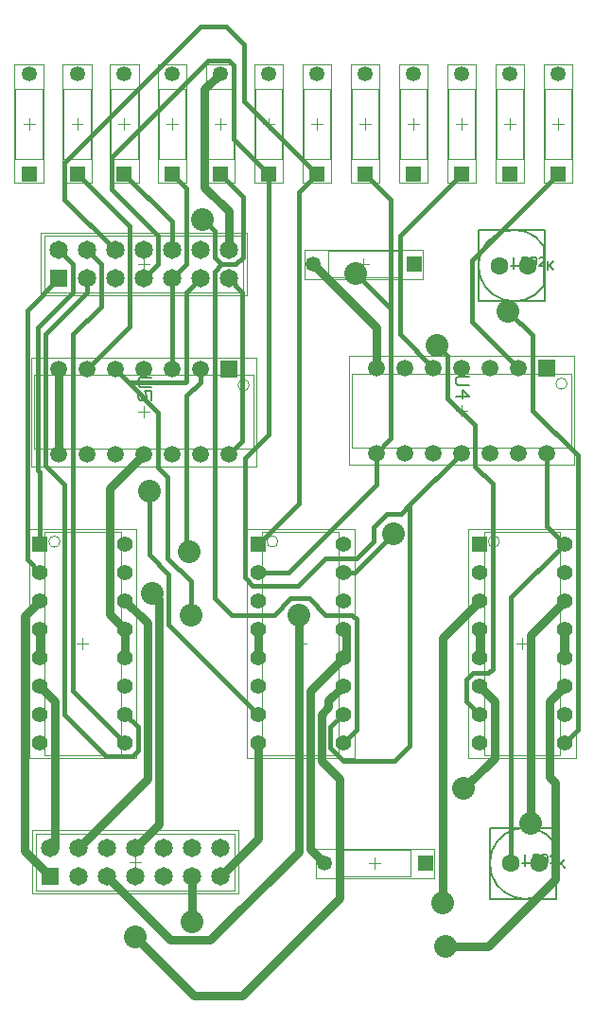
<source format=gtl>
G04*
G04 #@! TF.GenerationSoftware,Altium Limited,Altium Designer,22.9.1 (49)*
G04*
G04 Layer_Physical_Order=1*
G04 Layer_Color=255*
%FSLAX44Y44*%
%MOMM*%
G71*
G04*
G04 #@! TF.SameCoordinates,78882AB9-2C9C-495A-B56B-01B9E16356B5*
G04*
G04*
G04 #@! TF.FilePolarity,Positive*
G04*
G01*
G75*
%ADD12C,0.2000*%
%ADD14C,0.1524*%
%ADD15C,0.1500*%
%ADD16C,0.1000*%
%ADD17C,0.0500*%
%ADD29C,0.3810*%
%ADD30C,0.7620*%
%ADD31R,1.3500X1.3500*%
%ADD32C,1.3500*%
%ADD33C,1.4000*%
%ADD34R,1.4000X1.4000*%
%ADD35C,1.5000*%
%ADD36R,1.5000X1.5000*%
%ADD37C,1.6000*%
%ADD38R,1.3500X1.3500*%
%ADD39C,1.6500*%
%ADD40R,1.6500X1.6500*%
%ADD41C,2.0320*%
D12*
X720090Y518160D02*
X779780D01*
Y454660D02*
Y518160D01*
X720090Y454660D02*
X779780D01*
X720090D02*
Y518160D01*
X709930Y1052830D02*
X769620D01*
Y989330D02*
Y1052830D01*
X709930Y989330D02*
X769620D01*
X709930D02*
Y1052830D01*
X778510Y504190D02*
G03*
X778005Y467950I-26526J-17754D01*
G01*
X768350Y1038860D02*
G03*
X767845Y1002620I-26526J-17754D01*
G01*
X778510Y468630D02*
Y504190D01*
X749300Y486410D02*
X754380D01*
X751840Y483870D02*
Y488950D01*
X768350Y1003300D02*
Y1038860D01*
X739140Y1021080D02*
X744220D01*
X741680Y1018540D02*
Y1023620D01*
D14*
X751840Y494027D02*
Y486410D01*
X756918D01*
X764536Y494027D02*
X759457D01*
Y486410D01*
X764536D01*
X759457Y490219D02*
X761997D01*
X767075Y494027D02*
Y486410D01*
X770884D01*
X772153Y487680D01*
Y492758D01*
X770884Y494027D01*
X767075D01*
X774693Y486410D02*
X777232D01*
X775962D01*
Y494027D01*
X774693Y492758D01*
X782320Y490218D02*
Y482600D01*
Y485139D01*
X787398Y490218D01*
X783590Y486409D01*
X787398Y482600D01*
X741680Y1028698D02*
Y1021080D01*
X746758D01*
X754376Y1028698D02*
X749297D01*
Y1021080D01*
X754376D01*
X749297Y1024889D02*
X751837D01*
X756915Y1028698D02*
Y1021080D01*
X760724D01*
X761993Y1022350D01*
Y1027428D01*
X760724Y1028698D01*
X756915D01*
X769611Y1021080D02*
X764533D01*
X769611Y1026158D01*
Y1027428D01*
X768341Y1028698D01*
X765802D01*
X764533Y1027428D01*
X772160Y1024887D02*
Y1017270D01*
Y1019809D01*
X777238Y1024887D01*
X773430Y1021079D01*
X777238Y1017270D01*
D15*
X701606Y922020D02*
X691609D01*
X689610Y920021D01*
Y916022D01*
X691609Y914023D01*
X701606D01*
X689610Y904026D02*
X701606D01*
X695608Y910024D01*
Y902027D01*
X417126Y920750D02*
X407129D01*
X405130Y918751D01*
Y914752D01*
X407129Y912753D01*
X417126D01*
Y900757D02*
Y908754D01*
X411128D01*
X413127Y904755D01*
Y902756D01*
X411128Y900757D01*
X407129D01*
X405130Y902756D01*
Y906755D01*
X407129Y908754D01*
D16*
X335350Y774260D02*
G03*
X335350Y774260I-5000J0D01*
G01*
X789190Y915540D02*
G03*
X789190Y915540I-5000J0D01*
G01*
X530473Y774260D02*
G03*
X530473Y774260I-5000J0D01*
G01*
X728710D02*
G03*
X728710Y774260I-5000J0D01*
G01*
X504710Y914270D02*
G03*
X504710Y914270I-5000J0D01*
G01*
X769050Y1116580D02*
X793050D01*
X769050D02*
Y1179580D01*
X793050Y1116580D02*
Y1179580D01*
X769050D02*
X793050D01*
X725870Y1116580D02*
X749870D01*
X725870D02*
Y1179580D01*
X749870Y1116580D02*
Y1179580D01*
X725870D02*
X749870D01*
X682690Y1116580D02*
X706690D01*
X682690D02*
Y1179580D01*
X706690Y1116580D02*
Y1179580D01*
X682690D02*
X706690D01*
X639510Y1116580D02*
X663510D01*
X639510D02*
Y1179580D01*
X663510Y1116580D02*
Y1179580D01*
X639510D02*
X663510D01*
X596330Y1116580D02*
X620330D01*
X596330D02*
Y1179580D01*
X620330Y1116580D02*
Y1179580D01*
X596330D02*
X620330D01*
X553150Y1116580D02*
X577150D01*
X553150D02*
Y1179580D01*
X577150Y1116580D02*
Y1179580D01*
X553150D02*
X577150D01*
X509970Y1116580D02*
X533970D01*
X509970D02*
Y1179580D01*
X533970Y1116580D02*
Y1179580D01*
X509970D02*
X533970D01*
X466790Y1116580D02*
X490790D01*
X466790D02*
Y1179580D01*
X490790Y1116580D02*
Y1179580D01*
X466790D02*
X490790D01*
X423610Y1116580D02*
X447610D01*
X423610D02*
Y1179580D01*
X447610Y1116580D02*
Y1179580D01*
X423610D02*
X447610D01*
X380834Y1116580D02*
X404834D01*
X380834D02*
Y1179580D01*
X404834Y1116580D02*
Y1179580D01*
X380834D02*
X404834D01*
X338708Y1116580D02*
X362708D01*
X338708D02*
Y1179580D01*
X362708Y1116580D02*
Y1179580D01*
X338708D02*
X362708D01*
X295545Y1116580D02*
X319545D01*
X295545D02*
Y1179580D01*
X319545Y1116580D02*
Y1179580D01*
X295545D02*
X319545D01*
X321350Y583260D02*
X389850D01*
X321350Y783260D02*
X389850D01*
Y583260D02*
Y783260D01*
X321350Y583260D02*
Y783260D01*
X596190Y858540D02*
Y924540D01*
X793190Y858540D02*
Y924540D01*
X596190Y858540D02*
X793190D01*
X596190Y924540D02*
X793190D01*
X648720Y474410D02*
Y498410D01*
X585720Y474410D02*
X648720D01*
X585720Y498410D02*
X648720D01*
X585720Y474410D02*
Y498410D01*
X638560Y1010350D02*
Y1034350D01*
X575560Y1010350D02*
X638560D01*
X575560Y1034350D02*
X638560D01*
X575560Y1010350D02*
Y1034350D01*
X516473Y583260D02*
X584973D01*
X516473Y783260D02*
X584973D01*
Y583260D02*
Y783260D01*
X516473Y583260D02*
Y783260D01*
X321310Y1047750D02*
X499110D01*
Y996950D02*
Y1047750D01*
X321310Y996950D02*
X499110D01*
X321310D02*
Y1047750D01*
X714710Y583260D02*
X783210D01*
X714710Y783260D02*
X783210D01*
Y583260D02*
Y783260D01*
X714710Y583260D02*
Y783260D01*
X311710Y857270D02*
Y923270D01*
X508710Y857270D02*
Y923270D01*
X311710Y857270D02*
X508710D01*
X311710Y923270D02*
X508710D01*
X313690Y513080D02*
X491490D01*
Y462280D02*
Y513080D01*
X313690Y462280D02*
X491490D01*
X313690D02*
Y513080D01*
X776050Y1148080D02*
X786050D01*
X781050Y1143080D02*
Y1153080D01*
X732870Y1148080D02*
X742870D01*
X737870Y1143080D02*
Y1153080D01*
X689690Y1148080D02*
X699690D01*
X694690Y1143080D02*
Y1153080D01*
X646510Y1148080D02*
X656510D01*
X651510Y1143080D02*
Y1153080D01*
X603330Y1148080D02*
X613330D01*
X608330Y1143080D02*
Y1153080D01*
X560150Y1148080D02*
X570150D01*
X565150Y1143080D02*
Y1153080D01*
X516970Y1148080D02*
X526970D01*
X521970Y1143080D02*
Y1153080D01*
X473790Y1148080D02*
X483790D01*
X478790Y1143080D02*
Y1153080D01*
X430610Y1148080D02*
X440610D01*
X435610Y1143080D02*
Y1153080D01*
X387835Y1148080D02*
X397835D01*
X392834Y1143080D02*
Y1153080D01*
X345708Y1148080D02*
X355708D01*
X350708Y1143080D02*
Y1153080D01*
X302546Y1148080D02*
X312546D01*
X307545Y1143080D02*
Y1153080D01*
X355600Y678260D02*
Y688260D01*
X350600Y683260D02*
X360600D01*
X689690Y891540D02*
X699690D01*
X694690Y886540D02*
Y896540D01*
X617220Y481410D02*
Y491410D01*
X612220Y486410D02*
X622220D01*
X607060Y1017350D02*
Y1027350D01*
X602060Y1022350D02*
X612060D01*
X550723Y678260D02*
Y688260D01*
X545723Y683260D02*
X555723D01*
X748960Y678260D02*
Y688260D01*
X743960Y683260D02*
X753960D01*
X405210Y890270D02*
X415210D01*
X410210Y885270D02*
Y895270D01*
D17*
X768050Y1200830D02*
X794050D01*
X768050Y1095330D02*
Y1200830D01*
X794050Y1095330D02*
Y1200830D01*
X768050Y1095330D02*
X794050D01*
X724870Y1200830D02*
X750870D01*
X724870Y1095330D02*
Y1200830D01*
X750870Y1095330D02*
Y1200830D01*
X724870Y1095330D02*
X750870D01*
X681690Y1200830D02*
X707690D01*
X681690Y1095330D02*
Y1200830D01*
X707690Y1095330D02*
Y1200830D01*
X681690Y1095330D02*
X707690D01*
X638510Y1200830D02*
X664510D01*
X638510Y1095330D02*
Y1200830D01*
X664510Y1095330D02*
Y1200830D01*
X638510Y1095330D02*
X664510D01*
X595330Y1200830D02*
X621330D01*
X595330Y1095330D02*
Y1200830D01*
X621330Y1095330D02*
Y1200830D01*
X595330Y1095330D02*
X621330D01*
X552150Y1200830D02*
X578150D01*
X552150Y1095330D02*
Y1200830D01*
X578150Y1095330D02*
Y1200830D01*
X552150Y1095330D02*
X578150D01*
X508970Y1200830D02*
X534970D01*
X508970Y1095330D02*
Y1200830D01*
X534970Y1095330D02*
Y1200830D01*
X508970Y1095330D02*
X534970D01*
X465790Y1200830D02*
X491790D01*
X465790Y1095330D02*
Y1200830D01*
X491790Y1095330D02*
Y1200830D01*
X465790Y1095330D02*
X491790D01*
X422610Y1200830D02*
X448610D01*
X422610Y1095330D02*
Y1200830D01*
X448610Y1095330D02*
Y1200830D01*
X422610Y1095330D02*
X448610D01*
X379835Y1200830D02*
X405835D01*
X379835Y1095330D02*
Y1200830D01*
X405835Y1095330D02*
Y1200830D01*
X379835Y1095330D02*
X405835D01*
X337708Y1200830D02*
X363708D01*
X337708Y1095330D02*
Y1200830D01*
X363708Y1095330D02*
Y1200830D01*
X337708Y1095330D02*
X363708D01*
X294545Y1200830D02*
X320546D01*
X294545Y1095330D02*
Y1200830D01*
X320546Y1095330D02*
Y1200830D01*
X294545Y1095330D02*
X320546D01*
X307600Y580760D02*
X403600D01*
X307600Y785760D02*
X403600D01*
Y580760D02*
Y785760D01*
X307600Y580760D02*
Y785760D01*
X593690Y843040D02*
Y940040D01*
X795690Y843040D02*
Y940040D01*
X593690Y843040D02*
X795690D01*
X593690Y940040D02*
X795690D01*
X564470Y473410D02*
Y499410D01*
Y473410D02*
X669970D01*
X564470Y499410D02*
X669970D01*
Y473410D02*
Y499410D01*
X554310Y1009350D02*
Y1035350D01*
Y1009350D02*
X659810D01*
X554310Y1035350D02*
X659810D01*
Y1009350D02*
Y1035350D01*
X502723Y580760D02*
X598723D01*
X502723Y785760D02*
X598723D01*
Y580760D02*
Y785760D01*
X502723Y580760D02*
Y785760D01*
X317810Y994200D02*
Y1050500D01*
Y994200D02*
X502610D01*
Y1050500D01*
X317810D02*
X502610D01*
X410210Y1017350D02*
Y1027350D01*
X405210Y1022350D02*
X415210D01*
X700960Y580760D02*
X796960D01*
X700960Y785760D02*
X796960D01*
Y580760D02*
Y785760D01*
X700960Y580760D02*
Y785760D01*
X309210Y841770D02*
Y938770D01*
X511210Y841770D02*
Y938770D01*
X309210Y841770D02*
X511210D01*
X309210Y938770D02*
X511210D01*
X310190Y459530D02*
Y515830D01*
Y459530D02*
X494990D01*
Y515830D01*
X310190D02*
X494990D01*
X402590Y482680D02*
Y492680D01*
X397590Y487680D02*
X407590D01*
D29*
X631698Y982980D02*
Y1079712D01*
Y866648D02*
Y982980D01*
X396755Y916425D02*
X423418Y889762D01*
X486410Y852170D02*
X498602Y864362D01*
Y997458D01*
X486410Y1009650D02*
X498602Y997458D01*
X770890Y788330D02*
Y853440D01*
Y788330D02*
X787060Y772160D01*
X317500D02*
Y836161D01*
X315715Y837946D02*
X317500Y836161D01*
X315715Y837946D02*
Y965964D01*
X346705Y996955D01*
Y1022355D01*
X334010Y1035050D02*
X346705Y1022355D01*
X359410Y996950D02*
Y1009650D01*
X322065Y959605D02*
X359410Y996950D01*
X322065Y842525D02*
Y959605D01*
Y842525D02*
X339344Y825246D01*
Y619506D02*
Y825246D01*
Y619506D02*
X376174Y582676D01*
X400446D01*
X405145Y587375D01*
Y608315D01*
X393700Y619760D02*
X405145Y608315D01*
X639445Y1047835D02*
X694690Y1103080D01*
X639445Y959485D02*
Y1047835D01*
Y959485D02*
X669290Y929640D01*
X618490Y853440D02*
X631698Y866648D01*
X600202Y1014476D02*
X631698Y982980D01*
X608330Y1103080D02*
X631698Y1079712D01*
X500380Y1167850D02*
X565150Y1103080D01*
X500380Y1167850D02*
Y1219200D01*
X484124Y1235456D02*
X500380Y1219200D01*
X461264Y1235456D02*
X484124D01*
X339344Y1113536D02*
X461264Y1235456D01*
X339344Y1080516D02*
Y1113536D01*
Y1080516D02*
X384810Y1035050D01*
X648462Y807212D02*
X694690Y853440D01*
X640517Y799267D02*
X648462Y807212D01*
X627852Y799267D02*
X640517D01*
X615984Y787400D02*
X627852Y799267D01*
X615984Y774734D02*
Y787400D01*
X600710Y759460D02*
X615984Y774734D01*
X573024Y759460D02*
X600710D01*
X548640Y735076D02*
X573024Y759460D01*
X508000Y735076D02*
X548640D01*
X501142Y741934D02*
X508000Y735076D01*
X501142Y741934D02*
Y849122D01*
X521970Y869950D01*
Y1103080D01*
X648462Y591566D02*
Y807212D01*
X635000Y578104D02*
X648462Y591566D01*
X588772Y578104D02*
X635000D01*
X577378Y589498D02*
X588772Y578104D01*
X577378Y589498D02*
Y608315D01*
X588823Y619760D01*
X478790Y1103080D02*
X499110Y1082760D01*
X473710Y1016000D02*
X480060Y1022350D01*
X473710Y723900D02*
Y1016000D01*
Y723900D02*
X488950Y708660D01*
X526937D01*
X541542Y723265D01*
X558153D01*
X572758Y708660D01*
X596900D01*
X600456Y705104D01*
Y605993D02*
Y705104D01*
X588823Y594360D02*
X600456Y605993D01*
X435610Y1009650D02*
X448310Y1022350D01*
Y1090380D01*
X435610Y1103080D02*
X448310Y1090380D01*
X423418Y840232D02*
Y889762D01*
Y840232D02*
X431800Y831850D01*
Y759168D02*
Y831850D01*
Y759168D02*
X452374Y738594D01*
Y708660D02*
Y738594D01*
X350708Y1103080D02*
X397505Y1056282D01*
Y966465D02*
Y1056282D01*
X359410Y928370D02*
X397505Y966465D01*
X736600Y980440D02*
X758190Y958850D01*
Y891540D02*
Y958850D01*
Y891540D02*
X798576Y851154D01*
Y605876D02*
Y851154D01*
X787060Y594360D02*
X798576Y605876D01*
X588823Y746760D02*
X598932D01*
X633730Y781558D01*
X461010Y917067D02*
Y928370D01*
X448818Y904875D02*
X461010Y917067D01*
X448818Y767080D02*
Y904875D01*
Y767080D02*
X450850Y765048D01*
X432562Y699821D02*
X512623Y619760D01*
X432562Y699821D02*
Y745236D01*
X415036Y762762D02*
X432562Y745236D01*
X415036Y762762D02*
Y819404D01*
X512623Y746760D02*
X539750D01*
X618490Y825500D01*
Y853440D01*
X359410Y1035050D02*
X372105Y1022355D01*
Y984784D02*
Y1022355D01*
X347218Y959897D02*
X372105Y984784D01*
X347218Y640842D02*
Y959897D01*
Y640842D02*
X393700Y594360D01*
X673100Y949960D02*
X682498Y940562D01*
Y902716D02*
Y940562D01*
Y902716D02*
X706882Y878332D01*
Y841248D02*
Y878332D01*
Y841248D02*
X722376Y825754D01*
Y660400D02*
Y825754D01*
X718820Y656844D02*
X722376Y660400D01*
X704850Y656844D02*
X718820D01*
X699262Y651256D02*
X704850Y656844D01*
X699262Y631358D02*
Y651256D01*
Y631358D02*
X710860Y619760D01*
X704215Y1026245D02*
X781050Y1103080D01*
X704215Y970915D02*
Y1026245D01*
Y970915D02*
X745490Y929640D01*
X448310Y996950D02*
X461010Y1009650D01*
X448310Y917187D02*
Y996950D01*
X447548Y916425D02*
X448310Y917187D01*
X396755Y916425D02*
X447548D01*
X384810Y928370D02*
X396755Y916425D01*
X499110Y1028700D02*
Y1082760D01*
X492760Y1022350D02*
X499110Y1028700D01*
X480060Y1022350D02*
X492760D01*
X473710Y1028700D02*
X480060Y1022350D01*
X473710Y1028700D02*
Y1051814D01*
X463042Y1062482D02*
X473710Y1051814D01*
X410210Y1009650D02*
X422910Y1022350D01*
Y1048004D01*
X381508Y1089406D02*
X422910Y1048004D01*
X381508Y1089406D02*
Y1118362D01*
X467614Y1204468D01*
X486156D01*
X490474Y1200150D01*
Y1134576D02*
Y1200150D01*
Y1134576D02*
X521970Y1103080D01*
X435610Y1035050D02*
Y1060304D01*
X392834Y1103080D02*
X435610Y1060304D01*
X739140Y486410D02*
Y724240D01*
X787060Y772160D01*
X512623D02*
X548894Y808431D01*
Y1086824D01*
X565150Y1103080D01*
X305816Y981456D02*
X334010Y1009650D01*
X305816Y758444D02*
Y981456D01*
Y758444D02*
X317500Y746760D01*
X435610Y928370D02*
Y1009650D01*
D30*
X330962Y500380D02*
Y631698D01*
X486410Y1035050D02*
Y1069594D01*
X464566Y1091438D02*
X486410Y1069594D01*
X464566Y1091438D02*
Y1178856D01*
X478790Y1193080D01*
X558963Y640700D02*
X588823Y670560D01*
X558963Y499667D02*
Y640700D01*
Y499667D02*
X572220Y486410D01*
X393700Y721360D02*
X413400Y701660D01*
Y561990D02*
Y701660D01*
X351790Y500380D02*
X413400Y561990D01*
X548803Y708315D02*
X549148Y708660D01*
X548803Y496783D02*
Y708315D01*
X469850Y417830D02*
X548803Y496783D01*
X434340Y417830D02*
X469850D01*
X377190Y474980D02*
X434340Y417830D01*
X402590Y500380D02*
X423560Y521350D01*
Y722489D01*
X417957Y728092D02*
X423560Y722489D01*
X677672Y688172D02*
X710860Y721360D01*
X677672Y450850D02*
Y688172D01*
X696722Y553212D02*
X724408Y580898D01*
Y631612D01*
X710860Y645160D02*
X724408Y631612D01*
X453390Y434340D02*
Y474980D01*
X680466Y411734D02*
X718566D01*
X779018Y472186D01*
Y558292D01*
X773684Y563626D02*
X779018Y558292D01*
X773684Y563626D02*
Y631784D01*
X787060Y645160D01*
X756666Y521970D02*
Y690966D01*
X787060Y721360D01*
X334010Y852170D02*
Y928370D01*
X575473Y631810D02*
X588823Y645160D01*
X575473Y626118D02*
Y631810D01*
X569123Y619768D02*
X575473Y626118D01*
X569123Y578449D02*
Y619768D01*
Y578449D02*
X585470Y562102D01*
Y455168D02*
Y562102D01*
X498602Y368300D02*
X585470Y455168D01*
X454914Y368300D02*
X498602D01*
X402590Y420624D02*
X454914Y368300D01*
X562060Y1022350D02*
X618490Y965920D01*
Y929640D02*
Y965920D01*
X478790Y474980D02*
X512623Y508813D01*
Y594360D01*
X588823Y670560D02*
X591202Y672939D01*
Y693581D01*
X588823Y695960D02*
X591202Y693581D01*
X380238Y822198D02*
X410210Y852170D01*
X380238Y709422D02*
Y822198D01*
Y709422D02*
X393700Y695960D01*
X326390Y500380D02*
X330962D01*
X317500Y645160D02*
X330962Y631698D01*
X304038Y707898D02*
X317500Y721360D01*
X304038Y497332D02*
Y707898D01*
Y497332D02*
X326390Y474980D01*
X787060Y670560D02*
Y695960D01*
X710860Y670560D02*
Y695960D01*
X512623Y670560D02*
Y695960D01*
X317500Y670560D02*
Y695960D01*
X393700Y670560D02*
Y695960D01*
D31*
X781050Y1103080D02*
D03*
X737870D02*
D03*
X694690D02*
D03*
X651510D02*
D03*
X608330D02*
D03*
X565150D02*
D03*
X521970D02*
D03*
X478790D02*
D03*
X435610D02*
D03*
X392834D02*
D03*
X350708D02*
D03*
X307545D02*
D03*
D32*
X781050Y1193080D02*
D03*
X737870D02*
D03*
X694690D02*
D03*
X651510D02*
D03*
X608330D02*
D03*
X565150D02*
D03*
X521970D02*
D03*
X478790D02*
D03*
X435610D02*
D03*
X392834D02*
D03*
X350708D02*
D03*
X307545D02*
D03*
X572220Y486410D02*
D03*
X562060Y1022350D02*
D03*
D33*
X393700Y594360D02*
D03*
Y619760D02*
D03*
Y645160D02*
D03*
Y670560D02*
D03*
Y695960D02*
D03*
Y721360D02*
D03*
Y746760D02*
D03*
Y772160D02*
D03*
X317500Y594360D02*
D03*
Y619760D02*
D03*
Y645160D02*
D03*
Y670560D02*
D03*
Y695960D02*
D03*
Y721360D02*
D03*
Y746760D02*
D03*
X588823Y594360D02*
D03*
Y619760D02*
D03*
Y645160D02*
D03*
Y670560D02*
D03*
Y695960D02*
D03*
Y721360D02*
D03*
Y746760D02*
D03*
Y772160D02*
D03*
X512623Y594360D02*
D03*
Y619760D02*
D03*
Y645160D02*
D03*
Y670560D02*
D03*
Y695960D02*
D03*
Y721360D02*
D03*
Y746760D02*
D03*
X787060Y594360D02*
D03*
Y619760D02*
D03*
Y645160D02*
D03*
Y670560D02*
D03*
Y695960D02*
D03*
Y721360D02*
D03*
Y746760D02*
D03*
Y772160D02*
D03*
X710860Y594360D02*
D03*
Y619760D02*
D03*
Y645160D02*
D03*
Y670560D02*
D03*
Y695960D02*
D03*
Y721360D02*
D03*
Y746760D02*
D03*
D34*
X317500Y772160D02*
D03*
X512623D02*
D03*
X710860D02*
D03*
D35*
X618490Y853440D02*
D03*
X643890D02*
D03*
X669290D02*
D03*
X694690D02*
D03*
X720090D02*
D03*
X745490D02*
D03*
X770890D02*
D03*
X618490Y929640D02*
D03*
X643890D02*
D03*
X669290D02*
D03*
X694690D02*
D03*
X720090D02*
D03*
X745490D02*
D03*
X334010Y852170D02*
D03*
X359410D02*
D03*
X384810D02*
D03*
X410210D02*
D03*
X435610D02*
D03*
X461010D02*
D03*
X486410D02*
D03*
X334010Y928370D02*
D03*
X359410D02*
D03*
X384810D02*
D03*
X410210D02*
D03*
X435610D02*
D03*
X461010D02*
D03*
D36*
X770890Y929640D02*
D03*
X486410Y928370D02*
D03*
D37*
X764540Y486410D02*
D03*
X739140D02*
D03*
X754380Y1021080D02*
D03*
X728980D02*
D03*
D38*
X662220Y486410D02*
D03*
X652060Y1022350D02*
D03*
D39*
X410210Y1035050D02*
D03*
Y1009650D02*
D03*
X384810Y1035050D02*
D03*
Y1009650D02*
D03*
X334010Y1035050D02*
D03*
X359410Y1009650D02*
D03*
Y1035050D02*
D03*
X435610Y1009650D02*
D03*
Y1035050D02*
D03*
X461010Y1009650D02*
D03*
X486410D02*
D03*
X461010Y1035050D02*
D03*
X486410D02*
D03*
X402590Y500380D02*
D03*
Y474980D02*
D03*
X377190Y500380D02*
D03*
Y474980D02*
D03*
X326390Y500380D02*
D03*
X351790Y474980D02*
D03*
Y500380D02*
D03*
X427990Y474980D02*
D03*
Y500380D02*
D03*
X453390Y474980D02*
D03*
X478790D02*
D03*
X453390Y500380D02*
D03*
X478790D02*
D03*
D40*
X334010Y1009650D02*
D03*
X326390Y474980D02*
D03*
D41*
X600202Y1014476D02*
D03*
X452374Y708660D02*
D03*
X736600Y980440D02*
D03*
X549148Y708660D02*
D03*
X417957Y728092D02*
D03*
X677672Y450850D02*
D03*
X696722Y553212D02*
D03*
X453390Y434340D02*
D03*
X680466Y411734D02*
D03*
X756666Y521970D02*
D03*
X633730Y781558D02*
D03*
X450850Y765048D02*
D03*
X415036Y819404D02*
D03*
X673100Y949960D02*
D03*
X463042Y1062482D02*
D03*
X402590Y420624D02*
D03*
M02*

</source>
